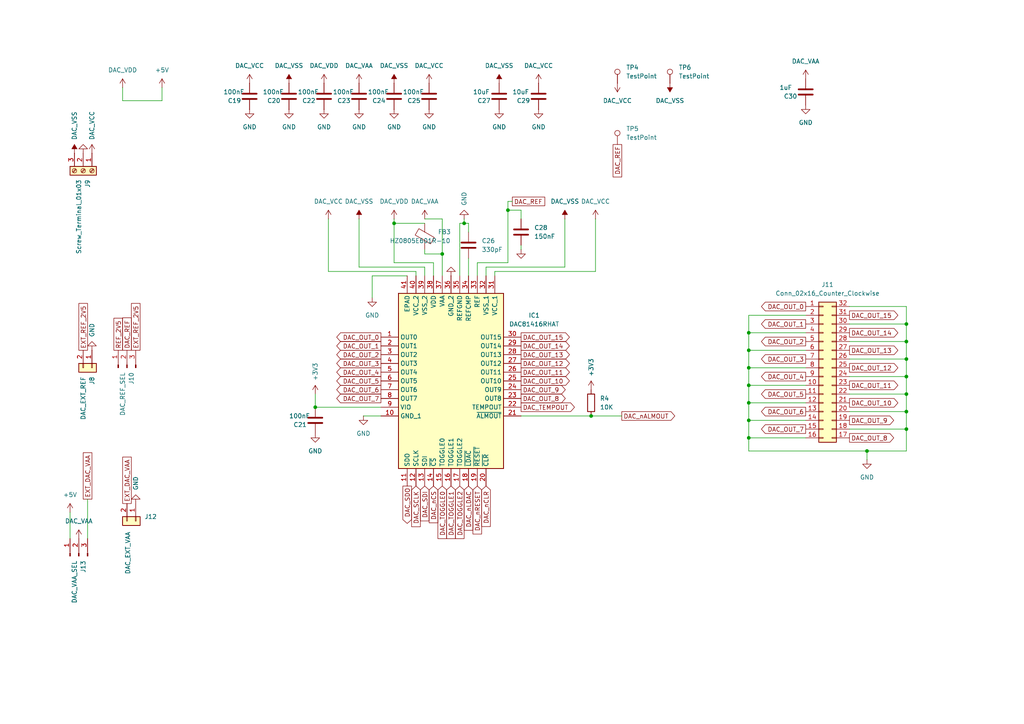
<source format=kicad_sch>
(kicad_sch (version 20231120) (generator "eeschema") (generator_version "8.0")
  (paper "A4")
  (lib_symbols
    (symbol "Connector:Conn_01x03_Male" (pin_names (offset 1.016) hide)
      (property "Reference" "J" (at 0 5.08 0))
      (property "Value" "Conn_01x03_Male" (at 0 -5.08 0))
      (symbol "Conn_01x03_Male_1_1"
        (pin passive line (at 5.08 2.54 180) (length 3.81) (name "Pin_1") (number "1"))
        (pin passive line (at 5.08 0 180) (length 3.81) (name "Pin_2") (number "2"))
        (pin passive line (at 5.08 -2.54 180) (length 3.81) (name "Pin_3") (number "3"))
      )
    )
    (symbol "Connector:Screw_Terminal_01x03" (pin_names (offset 1.016) hide)
      (property "Reference" "J" (at 0 5.08 0))
      (property "Value" "Screw_Terminal_01x03" (at 0 -5.08 0))
      (symbol "Screw_Terminal_01x03_1_1"
        (pin passive line (at -5.08 2.54 0) (length 3.81) (name "Pin_1") (number "1"))
        (pin passive line (at -5.08 0 0) (length 3.81) (name "Pin_2") (number "2"))
        (pin passive line (at -5.08 -2.54 0) (length 3.81) (name "Pin_3") (number "3"))
      )
    )
    (symbol "Connector:TestPoint" (pin_numbers hide) (pin_names (offset 0.762) hide)
      (property "Reference" "TP" (at 0 6.858 0))
      (property "Value" "TestPoint" (at 0 5.08 0))
      (symbol "TestPoint_1_1"
        (pin passive line (at 0 0 90) (length 2.54) (name "1") (number "1"))
      )
    )
    (symbol "Connector_Generic:Conn_01x02" (pin_names (offset 1.016) hide)
      (property "Reference" "J" (at 0 2.54 0))
      (property "Value" "Conn_01x02" (at 0 -5.08 0))
      (symbol "Conn_01x02_1_1"
        (pin passive line (at -5.08 0 0) (length 3.81) (name "Pin_1") (number "1"))
        (pin passive line (at -5.08 -2.54 0) (length 3.81) (name "Pin_2") (number "2"))
      )
    )
    (symbol "Connector_Generic:Conn_02x16_Counter_Clockwise" (pin_names (offset 1.016) hide)
      (property "Reference" "J" (at 1.27 20.32 0))
      (property "Value" "Conn_02x16_Counter_Clockwise" (at 1.27 -22.86 0))
      (symbol "Conn_02x16_Counter_Clockwise_1_1"
        (pin passive line (at -5.08 17.78 0) (length 3.81) (name "Pin_1") (number "1"))
        (pin passive line (at -5.08 -5.08 0) (length 3.81) (name "Pin_10") (number "10"))
        (pin passive line (at -5.08 -7.62 0) (length 3.81) (name "Pin_11") (number "11"))
        (pin passive line (at -5.08 -10.16 0) (length 3.81) (name "Pin_12") (number "12"))
        (pin passive line (at -5.08 -12.7 0) (length 3.81) (name "Pin_13") (number "13"))
        (pin passive line (at -5.08 -15.24 0) (length 3.81) (name "Pin_14") (number "14"))
        (pin passive line (at -5.08 -17.78 0) (length 3.81) (name "Pin_15") (number "15"))
        (pin passive line (at -5.08 -20.32 0) (length 3.81) (name "Pin_16") (number "16"))
        (pin passive line (at 7.62 -20.32 180) (length 3.81) (name "Pin_17") (number "17"))
        (pin passive line (at 7.62 -17.78 180) (length 3.81) (name "Pin_18") (number "18"))
        (pin passive line (at 7.62 -15.24 180) (length 3.81) (name "Pin_19") (number "19"))
        (pin passive line (at -5.08 15.24 0) (length 3.81) (name "Pin_2") (number "2"))
        (pin passive line (at 7.62 -12.7 180) (length 3.81) (name "Pin_20") (number "20"))
        (pin passive line (at 7.62 -10.16 180) (length 3.81) (name "Pin_21") (number "21"))
        (pin passive line (at 7.62 -7.62 180) (length 3.81) (name "Pin_22") (number "22"))
        (pin passive line (at 7.62 -5.08 180) (length 3.81) (name "Pin_23") (number "23"))
        (pin passive line (at 7.62 -2.54 180) (length 3.81) (name "Pin_24") (number "24"))
        (pin passive line (at 7.62 0 180) (length 3.81) (name "Pin_25") (number "25"))
        (pin passive line (at 7.62 2.54 180) (length 3.81) (name "Pin_26") (number "26"))
        (pin passive line (at 7.62 5.08 180) (length 3.81) (name "Pin_27") (number "27"))
        (pin passive line (at 7.62 7.62 180) (length 3.81) (name "Pin_28") (number "28"))
        (pin passive line (at 7.62 10.16 180) (length 3.81) (name "Pin_29") (number "29"))
        (pin passive line (at -5.08 12.7 0) (length 3.81) (name "Pin_3") (number "3"))
        (pin passive line (at 7.62 12.7 180) (length 3.81) (name "Pin_30") (number "30"))
        (pin passive line (at 7.62 15.24 180) (length 3.81) (name "Pin_31") (number "31"))
        (pin passive line (at 7.62 17.78 180) (length 3.81) (name "Pin_32") (number "32"))
        (pin passive line (at -5.08 10.16 0) (length 3.81) (name "Pin_4") (number "4"))
        (pin passive line (at -5.08 7.62 0) (length 3.81) (name "Pin_5") (number "5"))
        (pin passive line (at -5.08 5.08 0) (length 3.81) (name "Pin_6") (number "6"))
        (pin passive line (at -5.08 2.54 0) (length 3.81) (name "Pin_7") (number "7"))
        (pin passive line (at -5.08 0 0) (length 3.81) (name "Pin_8") (number "8"))
        (pin passive line (at -5.08 -2.54 0) (length 3.81) (name "Pin_9") (number "9"))
      )
    )
    (symbol "DAC81416RHAT:DAC81416RHAT"
      (property "Reference" "IC" (at 36.83 17.78 0))
      (property "Value" "DAC81416RHAT" (at 36.83 15.24 0))
      (symbol "DAC81416RHAT_1_1"
        (pin passive line (at 0 0 0) (length 5.08) (name "OUT0") (number "1"))
        (pin passive line (at 0 -22.86 0) (length 5.08) (name "GND_1") (number "10"))
        (pin passive line (at 7.62 -43.18 90) (length 5.08) (name "SDO") (number "11"))
        (pin passive line (at 10.16 -43.18 90) (length 5.08) (name "SCLK") (number "12"))
        (pin passive line (at 12.7 -43.18 90) (length 5.08) (name "SDI") (number "13"))
        (pin passive line (at 15.24 -43.18 90) (length 5.08) (name "~{CS}") (number "14"))
        (pin passive line (at 17.78 -43.18 90) (length 5.08) (name "TOGGLE0") (number "15"))
        (pin passive line (at 20.32 -43.18 90) (length 5.08) (name "TOGGLE1") (number "16"))
        (pin passive line (at 22.86 -43.18 90) (length 5.08) (name "TOGGLE2") (number "17"))
        (pin passive line (at 25.4 -43.18 90) (length 5.08) (name "~{LDAC}") (number "18"))
        (pin passive line (at 27.94 -43.18 90) (length 5.08) (name "~{RESET}") (number "19"))
        (pin passive line (at 0 -2.54 0) (length 5.08) (name "OUT1") (number "2"))
        (pin passive line (at 30.48 -43.18 90) (length 5.08) (name "~{CLR}") (number "20"))
        (pin passive line (at 40.64 -22.86 180) (length 5.08) (name "~{ALMOUT}") (number "21"))
        (pin passive line (at 40.64 -20.32 180) (length 5.08) (name "TEMPOUT") (number "22"))
        (pin passive line (at 40.64 -17.78 180) (length 5.08) (name "OUT8") (number "23"))
        (pin passive line (at 40.64 -15.24 180) (length 5.08) (name "OUT9") (number "24"))
        (pin passive line (at 40.64 -12.7 180) (length 5.08) (name "OUT10") (number "25"))
        (pin passive line (at 40.64 -10.16 180) (length 5.08) (name "OUT11") (number "26"))
        (pin passive line (at 40.64 -7.62 180) (length 5.08) (name "OUT12") (number "27"))
        (pin passive line (at 40.64 -5.08 180) (length 5.08) (name "OUT13") (number "28"))
        (pin passive line (at 40.64 -2.54 180) (length 5.08) (name "OUT14") (number "29"))
        (pin passive line (at 0 -5.08 0) (length 5.08) (name "OUT2") (number "3"))
        (pin passive line (at 40.64 0 180) (length 5.08) (name "OUT15") (number "30"))
        (pin passive line (at 33.02 17.78 270) (length 5.08) (name "VCC_1") (number "31"))
        (pin passive line (at 30.48 17.78 270) (length 5.08) (name "VSS_1") (number "32"))
        (pin passive line (at 27.94 17.78 270) (length 5.08) (name "REF") (number "33"))
        (pin passive line (at 25.4 17.78 270) (length 5.08) (name "REFCMP") (number "34"))
        (pin passive line (at 22.86 17.78 270) (length 5.08) (name "REFGND") (number "35"))
        (pin passive line (at 20.32 17.78 270) (length 5.08) (name "GND_2") (number "36"))
        (pin passive line (at 17.78 17.78 270) (length 5.08) (name "VAA") (number "37"))
        (pin passive line (at 15.24 17.78 270) (length 5.08) (name "VDD") (number "38"))
        (pin passive line (at 12.7 17.78 270) (length 5.08) (name "VSS_2") (number "39"))
        (pin passive line (at 0 -7.62 0) (length 5.08) (name "OUT3") (number "4"))
        (pin passive line (at 10.16 17.78 270) (length 5.08) (name "VCC_2") (number "40"))
        (pin passive line (at 7.62 17.78 270) (length 5.08) (name "EPAD") (number "41"))
        (pin passive line (at 0 -10.16 0) (length 5.08) (name "OUT4") (number "5"))
        (pin passive line (at 0 -12.7 0) (length 5.08) (name "OUT5") (number "6"))
        (pin passive line (at 0 -15.24 0) (length 5.08) (name "OUT6") (number "7"))
        (pin passive line (at 0 -17.78 0) (length 5.08) (name "OUT7") (number "8"))
        (pin passive line (at 0 -20.32 0) (length 5.08) (name "VIO") (number "9"))
      )
    )
    (symbol "Device:C" (pin_numbers hide) (pin_names (offset 0.254))
      (property "Reference" "C" (at 0.635 2.54 0))
      (property "Value" "C" (at 0.635 -2.54 0))
      (symbol "C_1_1"
        (pin passive line (at 0 3.81 270) (length 2.794) (name "~") (number "1"))
        (pin passive line (at 0 -3.81 90) (length 2.794) (name "~") (number "2"))
      )
    )
    (symbol "Device:FerriteBead" (pin_numbers hide) (pin_names (offset 0))
      (property "Reference" "FB" (at -3.81 0.635 90))
      (property "Value" "FerriteBead" (at 3.81 0 90))
      (symbol "FerriteBead_1_1"
        (pin passive line (at 0 3.81 270) (length 2.54) (name "~") (number "1"))
        (pin passive line (at 0 -3.81 90) (length 2.54) (name "~") (number "2"))
      )
    )
    (symbol "Device:R" (pin_numbers hide) (pin_names (offset 0))
      (property "Reference" "R" (at 2.032 0 90))
      (property "Value" "R" (at 0 0 90))
      (symbol "R_1_1"
        (pin passive line (at 0 3.81 270) (length 1.27) (name "~") (number "1"))
        (pin passive line (at 0 -3.81 90) (length 1.27) (name "~") (number "2"))
      )
    )
    (symbol "power:+3.3V" (power) (pin_names (offset 0))
      (property "Value" "+3.3V" (at 0 3.556 0))
      (symbol "+3.3V_1_1"
        (pin power_in line (at 0 0 90) (length 0) hide (name "+3V3") (number "1"))
      )
    )
    (symbol "power:+5V" (power) (pin_names (offset 0))
      (property "Value" "+5V" (at 0 3.556 0))
      (symbol "+5V_1_1"
        (pin power_in line (at 0 0 90) (length 0) hide (name "+5V") (number "1"))
      )
    )
    (symbol "power:GND" (power) (pin_numbers hide) (pin_names (offset 0) hide)
      (property "Value" "GND" (at 0 -3.81 0))
      (symbol "GND_1_1"
        (pin power_in line (at 0 0 270) (length 0) (name "~") (number "1"))
      )
    )
    (symbol "power:VAA" (power) (pin_numbers hide) (pin_names (offset 0) hide)
      (property "Value" "VAA" (at 0 3.556 0))
      (symbol "VAA_1_1"
        (pin power_in line (at 0 0 90) (length 0) (name "~") (number "1"))
      )
    )
    (symbol "power:VCC" (power) (pin_numbers hide) (pin_names (offset 0) hide)
      (property "Value" "VCC" (at 0 3.556 0))
      (symbol "VCC_1_1"
        (pin power_in line (at 0 0 90) (length 0) (name "~") (number "1"))
      )
    )
    (symbol "power:VDD" (power) (pin_numbers hide) (pin_names (offset 0) hide)
      (property "Value" "VDD" (at 0 3.556 0))
      (symbol "VDD_1_1"
        (pin power_in line (at 0 0 90) (length 0) (name "~") (number "1"))
      )
    )
    (symbol "power:VSS" (power) (pin_numbers hide) (pin_names (offset 0) hide)
      (property "Value" "VSS" (at 0 3.556 0))
      (symbol "VSS_1_1"
        (pin power_in line (at 0 0 90) (length 0) (name "~") (number "1"))
      )
    )
  )
  (junction (at 251.46 130.81))
  (junction (at 262.89 99.06))
  (junction (at 114.3 64.77))
  (junction (at 217.17 101.6))
  (junction (at 262.89 104.14))
  (junction (at 262.89 124.46))
  (junction (at 128.27 73.66))
  (junction (at 217.17 106.68))
  (junction (at 217.17 116.84))
  (junction (at 171.45 120.65))
  (junction (at 134.62 64.77))
  (junction (at 147.32 60.96))
  (junction (at 217.17 127))
  (junction (at 217.17 121.92))
  (junction (at 262.89 114.3))
  (junction (at 91.44 118.11))
  (junction (at 217.17 111.76))
  (junction (at 217.17 96.52))
  (junction (at 262.89 93.98))
  (junction (at 262.89 119.38))
  (junction (at 262.89 109.22))
  (wire (pts (xy 133.35 64.77) (xy 134.62 64.77)))
  (wire (pts (xy 95.25 78.74) (xy 120.65 78.74)))
  (wire (pts (xy 246.38 104.14) (xy 262.89 104.14)))
  (wire (pts (xy 217.17 106.68) (xy 233.68 106.68)))
  (wire (pts (xy 217.17 121.92) (xy 233.68 121.92)))
  (wire (pts (xy 114.3 64.77) (xy 114.3 76.2)))
  (wire (pts (xy 114.3 63.5) (xy 114.3 64.77)))
  (wire (pts (xy 46.99 25.4) (xy 46.99 29.21)))
  (wire (pts (xy 114.3 64.77) (xy 123.19 64.77)))
  (wire (pts (xy 148.59 58.42) (xy 147.32 58.42)))
  (wire (pts (xy 20.32 148.59) (xy 20.32 156.21)))
  (wire (pts (xy 104.14 63.5) (xy 104.14 77.47)))
  (wire (pts (xy 217.17 111.76) (xy 217.17 116.84)))
  (wire (pts (xy 217.17 111.76) (xy 233.68 111.76)))
  (wire (pts (xy 251.46 130.81) (xy 262.89 130.81)))
  (wire (pts (xy 46.99 29.21) (xy 35.56 29.21)))
  (wire (pts (xy 104.14 77.47) (xy 123.19 77.47)))
  (wire (pts (xy 147.32 58.42) (xy 147.32 60.96)))
  (wire (pts (xy 246.38 93.98) (xy 262.89 93.98)))
  (wire (pts (xy 172.72 78.74) (xy 172.72 63.5)))
  (wire (pts (xy 217.17 127) (xy 217.17 130.81)))
  (wire (pts (xy 128.27 63.5) (xy 128.27 73.66)))
  (wire (pts (xy 133.35 64.77) (xy 133.35 80.01)))
  (wire (pts (xy 143.51 78.74) (xy 172.72 78.74)))
  (wire (pts (xy 151.13 63.5) (xy 151.13 60.96)))
  (wire (pts (xy 262.89 119.38) (xy 262.89 114.3)))
  (wire (pts (xy 262.89 93.98) (xy 262.89 88.9)))
  (wire (pts (xy 25.4 144.78) (xy 25.4 156.21)))
  (wire (pts (xy 35.56 29.21) (xy 35.56 25.4)))
  (wire (pts (xy 251.46 130.81) (xy 251.46 133.35)))
  (wire (pts (xy 217.17 106.68) (xy 217.17 111.76)))
  (wire (pts (xy 217.17 101.6) (xy 233.68 101.6)))
  (wire (pts (xy 180.34 120.65) (xy 171.45 120.65)))
  (wire (pts (xy 262.89 88.9) (xy 246.38 88.9)))
  (wire (pts (xy 217.17 96.52) (xy 217.17 101.6)))
  (wire (pts (xy 138.43 80.01) (xy 138.43 76.2)))
  (wire (pts (xy 217.17 127) (xy 233.68 127)))
  (wire (pts (xy 262.89 99.06) (xy 262.89 93.98)))
  (wire (pts (xy 233.68 91.44) (xy 217.17 91.44)))
  (wire (pts (xy 246.38 114.3) (xy 262.89 114.3)))
  (wire (pts (xy 217.17 116.84) (xy 217.17 121.92)))
  (wire (pts (xy 262.89 114.3) (xy 262.89 109.22)))
  (wire (pts (xy 217.17 121.92) (xy 217.17 127)))
  (wire (pts (xy 217.17 96.52) (xy 233.68 96.52)))
  (wire (pts (xy 217.17 101.6) (xy 217.17 106.68)))
  (wire (pts (xy 143.51 80.01) (xy 143.51 78.74)))
  (wire (pts (xy 246.38 99.06) (xy 262.89 99.06)))
  (wire (pts (xy 217.17 130.81) (xy 251.46 130.81)))
  (wire (pts (xy 262.89 109.22) (xy 262.89 104.14)))
  (wire (pts (xy 246.38 119.38) (xy 262.89 119.38)))
  (wire (pts (xy 262.89 104.14) (xy 262.89 99.06)))
  (wire (pts (xy 140.97 77.47) (xy 140.97 80.01)))
  (wire (pts (xy 123.19 63.5) (xy 128.27 63.5)))
  (wire (pts (xy 91.44 118.11) (xy 91.44 114.3)))
  (wire (pts (xy 123.19 73.66) (xy 128.27 73.66)))
  (wire (pts (xy 163.83 63.5) (xy 163.83 77.47)))
  (wire (pts (xy 217.17 116.84) (xy 233.68 116.84)))
  (wire (pts (xy 246.38 109.22) (xy 262.89 109.22)))
  (wire (pts (xy 151.13 71.12) (xy 151.13 72.39)))
  (wire (pts (xy 135.89 74.93) (xy 135.89 80.01)))
  (wire (pts (xy 120.65 78.74) (xy 120.65 80.01)))
  (wire (pts (xy 262.89 124.46) (xy 262.89 119.38)))
  (wire (pts (xy 147.32 60.96) (xy 151.13 60.96)))
  (wire (pts (xy 125.73 76.2) (xy 125.73 80.01)))
  (wire (pts (xy 91.44 118.11) (xy 110.49 118.11)))
  (wire (pts (xy 134.62 64.77) (xy 135.89 64.77)))
  (wire (pts (xy 217.17 91.44) (xy 217.17 96.52)))
  (wire (pts (xy 118.11 80.01) (xy 107.95 80.01)))
  (wire (pts (xy 114.3 76.2) (xy 125.73 76.2)))
  (wire (pts (xy 128.27 73.66) (xy 128.27 80.01)))
  (wire (pts (xy 147.32 60.96) (xy 147.32 76.2)))
  (wire (pts (xy 105.41 120.65) (xy 110.49 120.65)))
  (wire (pts (xy 140.97 77.47) (xy 163.83 77.47)))
  (wire (pts (xy 138.43 76.2) (xy 147.32 76.2)))
  (wire (pts (xy 262.89 130.81) (xy 262.89 124.46)))
  (wire (pts (xy 134.62 63.5) (xy 134.62 64.77)))
  (wire (pts (xy 107.95 80.01) (xy 107.95 86.36)))
  (wire (pts (xy 135.89 64.77) (xy 135.89 67.31)))
  (wire (pts (xy 246.38 124.46) (xy 262.89 124.46)))
  (wire (pts (xy 95.25 63.5) (xy 95.25 78.74)))
  (wire (pts (xy 123.19 72.39) (xy 123.19 73.66)))
  (wire (pts (xy 123.19 77.47) (xy 123.19 80.01)))
  (wire (pts (xy 171.45 120.65) (xy 151.13 120.65)))
  (global_label "DAC_OUT_0" (shape output) (at 233.68 88.9 180) (property "Intersheetrefs" "${INTERSHEET_REFS}" (effects (hide yes))))
  (global_label "DAC_OUT_2" (shape output) (at 110.49 102.87 180) (property "Intersheetrefs" "${INTERSHEET_REFS}" (effects (hide yes))))
  (global_label "DAC_OUT_10" (shape output) (at 246.38 116.84 0) (property "Intersheetrefs" "${INTERSHEET_REFS}" (effects (hide yes))))
  (global_label "DAC_OUT_9" (shape output) (at 246.38 121.92 0) (property "Intersheetrefs" "${INTERSHEET_REFS}" (effects (hide yes))))
  (global_label "DAC_OUT_5" (shape output) (at 110.49 110.49 180) (property "Intersheetrefs" "${INTERSHEET_REFS}" (effects (hide yes))))
  (global_label "EXT_REF_2V5" (shape passive) (at 24.13 101.6 90) (property "Intersheetrefs" "${INTERSHEET_REFS}" (effects (hide yes))))
  (global_label "EXT_DAC_VAA" (shape passive) (at 36.83 146.05 90) (property "Intersheetrefs" "${INTERSHEET_REFS}" (effects (hide yes))))
  (global_label "DAC_OUT_6" (shape output) (at 233.68 119.38 180) (property "Intersheetrefs" "${INTERSHEET_REFS}" (effects (hide yes))))
  (global_label "DAC_OUT_11" (shape output) (at 246.38 111.76 0) (property "Intersheetrefs" "${INTERSHEET_REFS}" (effects (hide yes))))
  (global_label "DAC_SCLK" (shape input) (at 120.65 140.97 270) (property "Intersheetrefs" "${INTERSHEET_REFS}" (effects (hide yes))))
  (global_label "DAC_OUT_14" (shape output) (at 246.38 96.52 0) (property "Intersheetrefs" "${INTERSHEET_REFS}" (effects (hide yes))))
  (global_label "EXT_REF_2V5" (shape passive) (at 39.37 101.6 90) (property "Intersheetrefs" "${INTERSHEET_REFS}" (effects (hide yes))))
  (global_label "DAC_TOGGLE1" (shape input) (at 130.81 140.97 270) (property "Intersheetrefs" "${INTERSHEET_REFS}" (effects (hide yes))))
  (global_label "DAC_nCS" (shape input) (at 125.73 140.97 270) (property "Intersheetrefs" "${INTERSHEET_REFS}" (effects (hide yes))))
  (global_label "DAC_OUT_0" (shape output) (at 110.49 97.79 180) (property "Intersheetrefs" "${INTERSHEET_REFS}" (effects (hide yes))))
  (global_label "DAC_TOGGLE0" (shape input) (at 128.27 140.97 270) (property "Intersheetrefs" "${INTERSHEET_REFS}" (effects (hide yes))))
  (global_label "DAC_SDI" (shape input) (at 123.19 140.97 270) (property "Intersheetrefs" "${INTERSHEET_REFS}" (effects (hide yes))))
  (global_label "DAC_nLDAC" (shape input) (at 135.89 140.97 270) (property "Intersheetrefs" "${INTERSHEET_REFS}" (effects (hide yes))))
  (global_label "DAC_REF" (shape passive) (at 179.07 41.91 270) (property "Intersheetrefs" "${INTERSHEET_REFS}" (effects (hide yes))))
  (global_label "DAC_OUT_7" (shape output) (at 233.68 124.46 180) (property "Intersheetrefs" "${INTERSHEET_REFS}" (effects (hide yes))))
  (global_label "DAC_OUT_6" (shape output) (at 110.49 113.03 180) (property "Intersheetrefs" "${INTERSHEET_REFS}" (effects (hide yes))))
  (global_label "DAC_SDO" (shape output) (at 118.11 140.97 270) (property "Intersheetrefs" "${INTERSHEET_REFS}" (effects (hide yes))))
  (global_label "DAC_TEMPOUT" (shape output) (at 151.13 118.11 0) (property "Intersheetrefs" "${INTERSHEET_REFS}" (effects (hide yes))))
  (global_label "DAC_OUT_15" (shape output) (at 151.13 97.79 0) (property "Intersheetrefs" "${INTERSHEET_REFS}" (effects (hide yes))))
  (global_label "DAC_nALMOUT" (shape output) (at 180.34 120.65 0) (property "Intersheetrefs" "${INTERSHEET_REFS}" (effects (hide yes))))
  (global_label "REF_2V5" (shape passive) (at 34.29 101.6 90) (property "Intersheetrefs" "${INTERSHEET_REFS}" (effects (hide yes))))
  (global_label "DAC_OUT_3" (shape output) (at 110.49 105.41 180) (property "Intersheetrefs" "${INTERSHEET_REFS}" (effects (hide yes))))
  (global_label "DAC_REF" (shape passive) (at 148.59 58.42 0) (property "Intersheetrefs" "${INTERSHEET_REFS}" (effects (hide yes))))
  (global_label "DAC_OUT_5" (shape output) (at 233.68 114.3 180) (property "Intersheetrefs" "${INTERSHEET_REFS}" (effects (hide yes))))
  (global_label "DAC_OUT_10" (shape output) (at 151.13 110.49 0) (property "Intersheetrefs" "${INTERSHEET_REFS}" (effects (hide yes))))
  (global_label "DAC_OUT_14" (shape output) (at 151.13 100.33 0) (property "Intersheetrefs" "${INTERSHEET_REFS}" (effects (hide yes))))
  (global_label "DAC_REF" (shape passive) (at 36.83 101.6 90) (property "Intersheetrefs" "${INTERSHEET_REFS}" (effects (hide yes))))
  (global_label "DAC_OUT_7" (shape output) (at 110.49 115.57 180) (property "Intersheetrefs" "${INTERSHEET_REFS}" (effects (hide yes))))
  (global_label "DAC_OUT_1" (shape output) (at 233.68 93.98 180) (property "Intersheetrefs" "${INTERSHEET_REFS}" (effects (hide yes))))
  (global_label "DAC_TOGGLE2" (shape input) (at 133.35 140.97 270) (property "Intersheetrefs" "${INTERSHEET_REFS}" (effects (hide yes))))
  (global_label "DAC_OUT_12" (shape output) (at 151.13 105.41 0) (property "Intersheetrefs" "${INTERSHEET_REFS}" (effects (hide yes))))
  (global_label "DAC_nRESET" (shape input) (at 138.43 140.97 270) (property "Intersheetrefs" "${INTERSHEET_REFS}" (effects (hide yes))))
  (global_label "DAC_OUT_2" (shape output) (at 233.68 99.06 180) (property "Intersheetrefs" "${INTERSHEET_REFS}" (effects (hide yes))))
  (global_label "DAC_OUT_1" (shape output) (at 110.49 100.33 180) (property "Intersheetrefs" "${INTERSHEET_REFS}" (effects (hide yes))))
  (global_label "DAC_OUT_13" (shape output) (at 151.13 102.87 0) (property "Intersheetrefs" "${INTERSHEET_REFS}" (effects (hide yes))))
  (global_label "DAC_OUT_9" (shape output) (at 151.13 113.03 0) (property "Intersheetrefs" "${INTERSHEET_REFS}" (effects (hide yes))))
  (global_label "EXT_DAC_VAA" (shape passive) (at 25.4 144.78 90) (property "Intersheetrefs" "${INTERSHEET_REFS}" (effects (hide yes))))
  (global_label "DAC_OUT_4" (shape output) (at 110.49 107.95 180) (property "Intersheetrefs" "${INTERSHEET_REFS}" (effects (hide yes))))
  (global_label "DAC_OUT_12" (shape output) (at 246.38 106.68 0) (property "Intersheetrefs" "${INTERSHEET_REFS}" (effects (hide yes))))
  (global_label "DAC_OUT_15" (shape output) (at 246.38 91.44 0) (property "Intersheetrefs" "${INTERSHEET_REFS}" (effects (hide yes))))
  (global_label "DAC_OUT_4" (shape output) (at 233.68 109.22 180) (property "Intersheetrefs" "${INTERSHEET_REFS}" (effects (hide yes))))
  (global_label "DAC_OUT_13" (shape output) (at 246.38 101.6 0) (property "Intersheetrefs" "${INTERSHEET_REFS}" (effects (hide yes))))
  (global_label "DAC_OUT_8" (shape output) (at 246.38 127 0) (property "Intersheetrefs" "${INTERSHEET_REFS}" (effects (hide yes))))
  (global_label "DAC_OUT_3" (shape output) (at 233.68 104.14 180) (property "Intersheetrefs" "${INTERSHEET_REFS}" (effects (hide yes))))
  (global_label "DAC_OUT_8" (shape output) (at 151.13 115.57 0) (property "Intersheetrefs" "${INTERSHEET_REFS}" (effects (hide yes))))
  (global_label "DAC_OUT_11" (shape output) (at 151.13 107.95 0) (property "Intersheetrefs" "${INTERSHEET_REFS}" (effects (hide yes))))
  (global_label "DAC_nCLR" (shape input) (at 140.97 140.97 270) (property "Intersheetrefs" "${INTERSHEET_REFS}" (effects (hide yes))))
  (symbol (lib_id "power:VDD") (at 114.3 63.5 0) (unit 1)
    (property "Reference" "#PWR051" (effects (hide yes)))
    (property "Value" "DAC_VDD" (at 114.3 58.42 0))
    (property "Description" "Power symbol creates a global label with name \"VDD\"" (effects (hide yes)))
  )
  (symbol (lib_id "Device:C") (at 93.98 27.94 0) (mirror x) (unit 1)
    (property "Reference" "C22" (at 87.63 29.21 0) (effects (justify left)))
    (property "Value" "100nF" (at 86.36 26.67 0) (effects (justify left)))
    (property "Footprint" "Capacitor_SMD:C_0805_2012Metric" (effects (hide yes)))
    (property "Datasheet" "https://datasheets.kyocera-avx.com/FlexitermMLCC.pdf" (effects (hide yes)))
    (property "Description" "50V 100nF X7R ±10% 0805 Multilayer Ceramic Capacitors MLCC - SMD/SMT ROHS" (effects (hide yes)))
    (property "MANUFACTURER" "Samsung" (effects (hide yes)))
    (property "Manufacturer_Name" "KYOCERA AVX" (effects (hide yes)))
    (property "Manufacturer_Part_Number" "CL21B104KBCNNNC" (effects (hide yes)))
    (property "LCSC" "C1711" (effects (hide yes)))
    (property "Digi-Key Part Number" "478-KAF21KR72A104MUCT-ND" (effects (hide yes)))
    (property "Farnell" "3500373" (effects (hide yes)))
    (property "Mouser Part Number" "08051C104M4Z2A" (effects (hide yes)))
  )
  (symbol (lib_id "Connector:Screw_Terminal_01x03") (at 24.13 49.53 270) (unit 1)
    (property "Reference" "J9" (at 25.4001 52.07 0) (effects (justify left)))
    (property "Value" "Screw_Terminal_01x03" (at 22.8601 52.07 0) (effects (justify left)))
    (property "Footprint" "TerminalBlock_MetzConnect:TerminalBlock_MetzConnect_Type059_RT06303HBWC_1x03_P3.50mm_Horizontal" (effects (hide yes)))
    (property "Datasheet" "https://media.metz-connect.com/index.php?itno=310591&type=datasheet&language=en" (effects (hide yes)))
    (property "Description" "Generic screw terminal, single row, 01x03, script generated (kicad-library-utils/schlib/autogen/connector/)" (effects (hide yes)))
    (property "Farnell" "31059103" (effects (hide yes)))
    (property "Manufacturer_Name" "METZ CONNECT" (effects (hide yes)))
    (property "Mouser Part Number" "METZ CONNECT" (effects (hide yes)))
  )
  (symbol (lib_id "power:VCC") (at 26.67 44.45 0) (unit 1)
    (property "Reference" "#PWR034" (effects (hide yes)))
    (property "Value" "DAC_VCC" (at 26.6701 40.64 90) (effects (justify left)))
    (property "Description" "Power symbol creates a global label with name \"VCC\"" (effects (hide yes)))
  )
  (symbol (lib_id "Device:C") (at 151.13 67.31 0) (unit 1)
    (property "Reference" "C28" (at 154.94 66.0399 0) (effects (justify left)))
    (property "Value" "150nF" (at 154.94 68.5799 0) (effects (justify left)))
    (property "Footprint" "Capacitor_SMD:C_0805_2012Metric" (effects (hide yes)))
    (property "Datasheet" "https://content.kemet.com/datasheets/KEM_C1023_X7R_AUTO_SMD.pdf" (effects (hide yes)))
    (property "Description" "Unpolarized capacitor" (effects (hide yes)))
    (property "Digi-Key Part Number" "399-15888-1-ND" (effects (hide yes)))
    (property "Farnell" "2070452" (effects (hide yes)))
    (property "Manufacturer_Name" "KEMET" (effects (hide yes)))
    (property "Mouser Part Number" "C0805C154K5RACAUTO" (effects (hide yes)))
  )
  (symbol (lib_id "power:+3.3V") (at 171.45 113.03 0) (unit 1)
    (property "Reference" "#PWR063" (effects (hide yes)))
    (property "Value" "+3V3" (at 171.4499 109.22 90) (effects (justify left)))
  )
  (symbol (lib_id "power:GND") (at 91.44 125.73 0) (unit 1)
    (property "Reference" "#PWR040" (effects (hide yes)))
    (property "Value" "GND" (at 91.44 130.81 0))
    (property "Description" "Power symbol creates a global label with name \"GND\" , ground" (effects (hide yes)))
  )
  (symbol (lib_id "power:VDD") (at 35.56 25.4 0) (unit 1)
    (property "Reference" "#PWR075" (effects (hide yes)))
    (property "Value" "DAC_VDD" (at 35.56 20.32 0))
    (property "Description" "Power symbol creates a global label with name \"VDD\"" (effects (hide yes)))
  )
  (symbol (lib_id "power:GND") (at 24.13 44.45 180) (unit 1)
    (property "Reference" "#PWR033" (effects (hide yes)))
    (property "Value" "GND" (effects (hide yes)))
    (property "Description" "Power symbol creates a global label with name \"GND\" , ground" (effects (hide yes)))
  )
  (symbol (lib_id "power:VCC") (at 72.39 24.13 0) (unit 1)
    (property "Reference" "#PWR035" (effects (hide yes)))
    (property "Value" "DAC_VCC" (at 72.39 19.05 0))
    (property "Description" "Power symbol creates a global label with name \"VCC\"" (effects (hide yes)))
  )
  (symbol (lib_id "Connector:Conn_01x03_Male") (at 22.86 161.29 90) (unit 1)
    (property "Reference" "J13" (at 24.1301 162.56 0) (effects (justify right)))
    (property "Value" "DAC_VAA_SEL" (at 21.5901 162.56 0) (effects (justify right)))
    (property "Footprint" "Connector_PinHeader_2.54mm:PinHeader_1x03_P2.54mm_Vertical" (effects (hide yes)))
    (property "Datasheet" "https://www.te.com/usa-en/product-3-644456-3.datasheet.pdf" (effects (hide yes)))
    (property "Description" "Connector Header Through Hole 4 position 0.100\" (2.54mm)" (effects (hide yes)))
    (property "MANUFACTURER" "Samtec" (effects (hide yes)))
    (property "Manufacturer_Name" "AMP - TE CONNECTIVITY" (effects (hide yes)))
    (property "Manufacturer_Part_Number" "TSW-103-14-TM-S" (effects (hide yes)))
    (property "Farnell" "3398484" (effects (hide yes)))
    (property "Mouser Part Number" "3-644456-3" (effects (hide yes)))
  )
  (symbol (lib_id "power:GND") (at 124.46 31.75 0) (unit 1)
    (property "Reference" "#PWR054" (effects (hide yes)))
    (property "Value" "GND" (at 124.46 36.83 0))
    (property "Description" "Power symbol creates a global label with name \"GND\" , ground" (effects (hide yes)))
  )
  (symbol (lib_id "power:GND") (at 114.3 31.75 0) (unit 1)
    (property "Reference" "#PWR050" (effects (hide yes)))
    (property "Value" "GND" (at 114.3 36.83 0))
    (property "Description" "Power symbol creates a global label with name \"GND\" , ground" (effects (hide yes)))
  )
  (symbol (lib_id "power:VSS") (at 21.59 44.45 0) (unit 1)
    (property "Reference" "#PWR032" (effects (hide yes)))
    (property "Value" "DAC_VSS" (at 21.5901 40.64 90) (effects (justify left)))
    (property "Description" "Power symbol creates a global label with name \"VSS\"" (effects (hide yes)))
  )
  (symbol (lib_id "Device:FerriteBead") (at 123.19 68.58 0) (unit 1)
    (property "Reference" "FB3" (at 127 67.2591 0) (effects (justify left)))
    (property "Value" "HZ0805E601R-10" (at 113.03 69.85 0) (effects (justify left)))
    (property "Footprint" "Inductor_SMD:L_0805_2012Metric" (effects (hide yes)))
    (property "Datasheet" "https://www.farnell.com/datasheets/1685710.pdf" (effects (hide yes)))
    (property "Description" "600 Ohms @ 100 MHz 1 Power, Signal Line Ferrite Bead 0805 (2012 Metric) 500mA 300mOhm" (effects (hide yes)))
    (property "MANUFACTURER" "Laird-Signal Integrity Products" (effects (hide yes)))
    (property "Manufacturer_Name" "LAIRD" (effects (hide yes)))
    (property "Manufacturer_Part_Number" "HZ0805E601R-10" (effects (hide yes)))
    (property "Digi-Key Part Number" "240-2399-1-ND" (effects (hide yes)))
    (property "Farnell" "2292412" (effects (hide yes)))
    (property "Mouser Part Number" "HZ0805E601R-10" (effects (hide yes)))
  )
  (symbol (lib_id "Device:C") (at 83.82 27.94 0) (mirror x) (unit 1)
    (property "Reference" "C20" (at 77.47 29.21 0) (effects (justify left)))
    (property "Value" "100nF" (at 76.2 26.67 0) (effects (justify left)))
    (property "Footprint" "Capacitor_SMD:C_0805_2012Metric" (effects (hide yes)))
    (property "Datasheet" "https://datasheets.kyocera-avx.com/FlexitermMLCC.pdf" (effects (hide yes)))
    (property "Description" "50V 100nF X7R ±10% 0805 Multilayer Ceramic Capacitors MLCC - SMD/SMT ROHS" (effects (hide yes)))
    (property "MANUFACTURER" "Samsung" (effects (hide yes)))
    (property "Manufacturer_Name" "KYOCERA AVX" (effects (hide yes)))
    (property "Manufacturer_Part_Number" "CL21B104KBCNNNC" (effects (hide yes)))
    (property "LCSC" "C1711" (effects (hide yes)))
    (property "Digi-Key Part Number" "478-KAF21KR72A104MUCT-ND" (effects (hide yes)))
    (property "Farnell" "3500373" (effects (hide yes)))
    (property "Mouser Part Number" "08051C104M4Z2A" (effects (hide yes)))
  )
  (symbol (lib_id "power:+3.3V") (at 91.44 114.3 0) (unit 1)
    (property "Reference" "#PWR039" (effects (hide yes)))
    (property "Value" "+3V3" (at 91.4399 110.49 90) (effects (justify left)))
  )
  (symbol (lib_id "power:GND") (at 251.46 133.35 0) (unit 1)
    (property "Reference" "#PWR071" (effects (hide yes)))
    (property "Value" "GND" (at 251.46 138.43 0))
    (property "Description" "Power symbol creates a global label with name \"GND\" , ground" (effects (hide yes)))
  )
  (symbol (lib_id "power:GND") (at 151.13 72.39 0) (unit 1)
    (property "Reference" "#PWR059" (effects (hide yes)))
    (property "Value" "GND" (effects (hide yes)))
    (property "Description" "Power symbol creates a global label with name \"GND\" , ground" (effects (hide yes)))
  )
  (symbol (lib_id "power:VSS") (at 163.83 63.5 0) (unit 1)
    (property "Reference" "#PWR062" (effects (hide yes)))
    (property "Value" "DAC_VSS" (at 163.83 58.42 0))
    (property "Description" "Power symbol creates a global label with name \"VSS\"" (effects (hide yes)))
  )
  (symbol (lib_id "Device:C") (at 156.21 27.94 0) (mirror x) (unit 1)
    (property "Reference" "C29" (at 149.86 29.21 0) (effects (justify left)))
    (property "Value" "10uF" (at 148.59 26.67 0) (effects (justify left)))
    (property "Footprint" "Capacitor_SMD:C_0805_2012Metric" (effects (hide yes)))
    (property "Datasheet" "https://www.farnell.com/datasheets/3768562.pdf" (effects (hide yes)))
    (property "Description" "10 µF ±10% 16V Ceramic Capacitor X5R 0805 (2012 Metric)" (effects (hide yes)))
    (property "MANUFACTURER" "Samsung" (effects (hide yes)))
    (property "Manufacturer_Name" "KYOCERA AVX" (effects (hide yes)))
    (property "Manufacturer_Part_Number" "CL21A106KOQNNNG" (effects (hide yes)))
    (property "LCSC" "C307520" (effects (hide yes)))
    (property "Digi-Key Part Number" "478-KGM21AR51A106MUCT-ND" (effects (hide yes)))
    (property "Farnell" "2332831" (effects (hide yes)))
    (property "Mouser Part Number" "0805ZD106MAT2A" (effects (hide yes)))
  )
  (symbol (lib_id "power:+5V") (at 20.32 148.59 0) (unit 1)
    (property "Reference" "#PWR074" (effects (hide yes)))
    (property "Value" "+5V" (at 20.32 143.51 0))
  )
  (symbol (lib_id "Connector:TestPoint") (at 194.31 24.13 0) (unit 1)
    (property "Reference" "TP6" (at 196.85 19.5579 0) (effects (justify left)))
    (property "Value" "TestPoint" (at 196.85 22.0979 0) (effects (justify left)))
    (property "Footprint" "TestPoint:TestPoint_Pad_1.0x1.0mm" (effects (hide yes)))
    (property "Description" "test point" (effects (hide yes)))
  )
  (symbol (lib_id "power:VAA") (at 104.14 24.13 0) (unit 1)
    (property "Reference" "#PWR044" (effects (hide yes)))
    (property "Value" "DAC_VAA" (at 104.14 19.05 0))
    (property "Description" "Power symbol creates a global label with name \"VAA\"" (effects (hide yes)))
  )
  (symbol (lib_id "power:GND") (at 26.67 101.6 0) (mirror x) (unit 1)
    (property "Reference" "#PWR031" (effects (hide yes)))
    (property "Value" "GND" (at 26.6699 97.79 90) (effects (justify right)))
    (property "Description" "Power symbol creates a global label with name \"GND\" , ground" (effects (hide yes)))
  )
  (symbol (lib_id "power:GND") (at 130.81 80.01 180) (unit 1)
    (property "Reference" "#PWR055" (effects (hide yes)))
    (property "Value" "GND" (effects (hide yes)))
    (property "Description" "Power symbol creates a global label with name \"GND\" , ground" (effects (hide yes)))
  )
  (symbol (lib_id "power:+5V") (at 46.99 25.4 0) (unit 1)
    (property "Reference" "#PWR076" (effects (hide yes)))
    (property "Value" "+5V" (at 46.99 20.32 0))
  )
  (symbol (lib_id "Device:C") (at 233.68 26.67 0) (mirror x) (unit 1)
    (property "Reference" "C30" (at 227.33 27.94 0) (effects (justify left)))
    (property "Value" "1uF" (at 226.06 25.4 0) (effects (justify left)))
    (property "Footprint" "Capacitor_SMD:C_0805_2012Metric" (effects (hide yes)))
    (property "Datasheet" "https://search.kemet.com/component-documentation/download/specsheet/C0805C105K4PACTU" (effects (hide yes)))
    (property "Description" "1 µF ±10% 50V Ceramic Capacitor X5R 0805 (2012 Metric)" (effects (hide yes)))
    (property "MANUFACTURER" "Samsung" (effects (hide yes)))
    (property "Manufacturer_Name" "KEMET" (effects (hide yes)))
    (property "Manufacturer_Part_Number" "CL21A105KBCLNNC" (effects (hide yes)))
    (property "LCSC" "C318694" (effects (hide yes)))
    (property "Digi-Key Part Number" "399-C0805C105K4PAC7800CT-ND" (effects (hide yes)))
    (property "Farnell" "2522445" (effects (hide yes)))
    (property "Mouser Part Number" "C0805C105K4PACTU" (effects (hide yes)))
  )
  (symbol (lib_id "power:GND") (at 83.82 31.75 0) (unit 1)
    (property "Reference" "#PWR038" (effects (hide yes)))
    (property "Value" "GND" (at 83.82 36.83 0))
    (property "Description" "Power symbol creates a global label with name \"GND\" , ground" (effects (hide yes)))
  )
  (symbol (lib_id "power:VAA") (at 22.86 156.21 0) (unit 1)
    (property "Reference" "#PWR072" (effects (hide yes)))
    (property "Value" "DAC_VAA" (at 22.86 151.13 0))
    (property "Description" "Power symbol creates a global label with name \"VAA\"" (effects (hide yes)))
  )
  (symbol (lib_id "Device:C") (at 104.14 27.94 0) (mirror x) (unit 1)
    (property "Reference" "C23" (at 97.79 29.21 0) (effects (justify left)))
    (property "Value" "100nF" (at 96.52 26.67 0) (effects (justify left)))
    (property "Footprint" "Capacitor_SMD:C_0805_2012Metric" (effects (hide yes)))
    (property "Datasheet" "https://datasheets.kyocera-avx.com/FlexitermMLCC.pdf" (effects (hide yes)))
    (property "Description" "50V 100nF X7R ±10% 0805 Multilayer Ceramic Capacitors MLCC - SMD/SMT ROHS" (effects (hide yes)))
    (property "MANUFACTURER" "Samsung" (effects (hide yes)))
    (property "Manufacturer_Name" "KYOCERA AVX" (effects (hide yes)))
    (property "Manufacturer_Part_Number" "CL21B104KBCNNNC" (effects (hide yes)))
    (property "LCSC" "C1711" (effects (hide yes)))
    (property "Digi-Key Part Number" "478-KAF21KR72A104MUCT-ND" (effects (hide yes)))
    (property "Farnell" "3500373" (effects (hide yes)))
    (property "Mouser Part Number" "08051C104M4Z2A" (effects (hide yes)))
  )
  (symbol (lib_id "power:GND") (at 107.95 86.36 0) (unit 1)
    (property "Reference" "#PWR048" (effects (hide yes)))
    (property "Value" "GND" (at 107.95 91.44 0))
    (property "Description" "Power symbol creates a global label with name \"GND\" , ground" (effects (hide yes)))
  )
  (symbol (lib_id "Device:C") (at 124.46 27.94 0) (mirror x) (unit 1)
    (property "Reference" "C25" (at 118.11 29.21 0) (effects (justify left)))
    (property "Value" "100nF" (at 116.84 26.67 0) (effects (justify left)))
    (property "Footprint" "Capacitor_SMD:C_0805_2012Metric" (effects (hide yes)))
    (property "Datasheet" "https://datasheets.kyocera-avx.com/FlexitermMLCC.pdf" (effects (hide yes)))
    (property "Description" "50V 100nF X7R ±10% 0805 Multilayer Ceramic Capacitors MLCC - SMD/SMT ROHS" (effects (hide yes)))
    (property "MANUFACTURER" "Samsung" (effects (hide yes)))
    (property "Manufacturer_Name" "KYOCERA AVX" (effects (hide yes)))
    (property "Manufacturer_Part_Number" "CL21B104KBCNNNC" (effects (hide yes)))
    (property "LCSC" "C1711" (effects (hide yes)))
    (property "Digi-Key Part Number" "478-KAF21KR72A104MUCT-ND" (effects (hide yes)))
    (property "Farnell" "3500373" (effects (hide yes)))
    (property "Mouser Part Number" "08051C104M4Z2A" (effects (hide yes)))
  )
  (symbol (lib_id "DAC81416RHAT:DAC81416RHAT") (at 110.49 97.79 0) (unit 1)
    (property "Reference" "IC1" (at 154.94 91.4714 0))
    (property "Value" "DAC81416RHAT" (at 154.94 94.0114 0))
    (property "Footprint" "footprints:QFN50P600X600X100-41N-D" (effects (hide yes)))
    (property "Datasheet" "https://www.ti.com/general/docs/suppproductinfo.tsp?distId=10&gotoUrl=https%3A%2F%2Fwww.ti.com%2Flit%2Fgpn%2Fdac81416" (effects (hide yes)))
    (property "Description" "16-channel 16-bit high-voltage output DAC with integrated internal reference" (effects (hide yes)))
    (property "Height" "1" (effects (hide yes)))
    (property "Mouser Part Number" "DAC81416RHAT" (effects (hide yes)))
    (property "Mouser Price/Stock" "https://www.mouser.co.uk/ProductDetail/Texas-Instruments/DAC81416RHAT?qs=l7cgNqFNU1iNh9J4tls1AQ%3D%3D" (effects (hide yes)))
    (property "Manufacturer_Name" "TEXAS INSTRUMENTS" (effects (hide yes)))
    (property "Manufacturer_Part_Number" "DAC81416RHAT" (effects (hide yes)))
    (property "Digi-Key Part Number" "296-53025-1-ND" (effects (hide yes)))
  )
  (symbol (lib_id "power:VSS") (at 114.3 24.13 0) (unit 1)
    (property "Reference" "#PWR049" (effects (hide yes)))
    (property "Value" "DAC_VSS" (at 114.3 19.05 0))
    (property "Description" "Power symbol creates a global label with name \"VSS\"" (effects (hide yes)))
  )
  (symbol (lib_id "Device:C") (at 135.89 71.12 0) (unit 1)
    (property "Reference" "C26" (at 139.7 69.8499 0) (effects (justify left)))
    (property "Value" "330pF" (at 139.7 72.3899 0) (effects (justify left)))
    (property "Footprint" "Capacitor_SMD:C_0805_2012Metric" (effects (hide yes)))
    (property "Datasheet" "https://4donline.ihs.com/images/VipMasterIC/IC/AVXC/AVXC-S-A0013335498/AVXC-S-A0014059611-1.pdf?hkey=6D3A4C79FDBF58556ACFDE234799DDF0" (effects (hide yes)))
    (property "Description" "Unpolarized capacitor" (effects (hide yes)))
    (property "Digi-Key Part Number" "478-KGM21NR72D331KTCT-ND" (effects (hide yes)))
    (property "Farnell" "3340866" (effects (hide yes)))
    (property "Manufacturer_Name" "KYOCERA AVX" (effects (hide yes)))
    (property "Mouser Part Number" "08052C331KAT2A" (effects (hide yes)))
  )
  (symbol (lib_id "Connector_Generic:Conn_02x16_Counter_Clockwise") (at 238.76 106.68 0) (unit 1)
    (property "Reference" "J11" (at 240.03 82.55 0))
    (property "Value" "Conn_02x16_Counter_Clockwise" (at 240.03 85.09 0))
    (property "Footprint" "Connector_PinSocket_2.54mm:PinSocket_2x16_P2.54mm_Horizontal" (effects (hide yes)))
    (property "Datasheet" "https://4donline.ihs.com/images/VipMasterIC/IC/SAMI/SAMI-S-A0010456336/SAMI-S-A0010456336-1.pdf?hkey=6D3A4C79FDBF58556ACFDE234799DDF0" (effects (hide yes)))
    (property "Description" "Generic connector, double row, 02x16, counter clockwise pin numbering scheme (similar to DIP package numbering), script generated (kicad-library-utils/schlib/autogen/connector/)" (effects (hide yes)))
    (property "Farnell" "3661253" (effects (hide yes)))
    (property "Manufacturer_Name" "SAMTEC" (effects (hide yes)))
    (property "Mouser Part Number" "SSW-108-02-F-D-RA" (effects (hide yes)))
  )
  (symbol (lib_id "Connector:TestPoint") (at 179.07 24.13 0) (unit 1)
    (property "Reference" "TP4" (at 181.61 19.5579 0) (effects (justify left)))
    (property "Value" "TestPoint" (at 181.61 22.0979 0) (effects (justify left)))
    (property "Footprint" "TestPoint:TestPoint_Pad_1.0x1.0mm" (effects (hide yes)))
    (property "Description" "test point" (effects (hide yes)))
  )
  (symbol (lib_id "power:VSS") (at 104.14 63.5 0) (unit 1)
    (property "Reference" "#PWR046" (effects (hide yes)))
    (property "Value" "DAC_VSS" (at 104.14 58.42 0))
    (property "Description" "Power symbol creates a global label with name \"VSS\"" (effects (hide yes)))
  )
  (symbol (lib_id "power:VDD") (at 93.98 24.13 0) (unit 1)
    (property "Reference" "#PWR041" (effects (hide yes)))
    (property "Value" "DAC_VDD" (at 93.98 19.05 0))
    (property "Description" "Power symbol creates a global label with name \"VDD\"" (effects (hide yes)))
  )
  (symbol (lib_id "power:GND") (at 39.37 146.05 0) (mirror x) (unit 1)
    (property "Reference" "#PWR073" (effects (hide yes)))
    (property "Value" "GND" (at 39.3699 142.24 90) (effects (justify right)))
    (property "Description" "Power symbol creates a global label with name \"GND\" , ground" (effects (hide yes)))
  )
  (symbol (lib_id "power:VCC") (at 156.21 24.13 0) (unit 1)
    (property "Reference" "#PWR060" (effects (hide yes)))
    (property "Value" "DAC_VCC" (at 156.21 19.05 0))
    (property "Description" "Power symbol creates a global label with name \"VCC\"" (effects (hide yes)))
  )
  (symbol (lib_id "Device:C") (at 91.44 121.92 0) (mirror x) (unit 1)
    (property "Reference" "C21" (at 85.09 123.19 0) (effects (justify left)))
    (property "Value" "100nF" (at 83.82 120.65 0) (effects (justify left)))
    (property "Footprint" "Capacitor_SMD:C_0805_2012Metric" (effects (hide yes)))
    (property "Datasheet" "https://datasheets.kyocera-avx.com/FlexitermMLCC.pdf" (effects (hide yes)))
    (property "Description" "50V 100nF X7R ±10% 0805 Multilayer Ceramic Capacitors MLCC - SMD/SMT ROHS" (effects (hide yes)))
    (property "MANUFACTURER" "Samsung" (effects (hide yes)))
    (property "Manufacturer_Name" "KYOCERA AVX" (effects (hide yes)))
    (property "Manufacturer_Part_Number" "CL21B104KBCNNNC" (effects (hide yes)))
    (property "LCSC" "C1711" (effects (hide yes)))
    (property "Digi-Key Part Number" "478-KAF21KR72A104MUCT-ND" (effects (hide yes)))
    (property "Farnell" "3500373" (effects (hide yes)))
    (property "Mouser Part Number" "08051C104M4Z2A" (effects (hide yes)))
  )
  (symbol (lib_id "power:VAA") (at 233.68 22.86 0) (unit 1)
    (property "Reference" "#PWR069" (effects (hide yes)))
    (property "Value" "DAC_VAA" (at 233.68 17.78 0))
    (property "Description" "Power symbol creates a global label with name \"VAA\"" (effects (hide yes)))
  )
  (symbol (lib_id "power:VSS") (at 194.31 24.13 180) (unit 1)
    (property "Reference" "#PWR066" (effects (hide yes)))
    (property "Value" "DAC_VSS" (at 194.31 29.21 0))
    (property "Description" "Power symbol creates a global label with name \"VSS\"" (effects (hide yes)))
  )
  (symbol (lib_id "power:VCC") (at 95.25 63.5 0) (unit 1)
    (property "Reference" "#PWR043" (effects (hide yes)))
    (property "Value" "DAC_VCC" (at 95.25 58.42 0))
    (property "Description" "Power symbol creates a global label with name \"VCC\"" (effects (hide yes)))
  )
  (symbol (lib_id "power:GND") (at 134.62 63.5 0) (mirror x) (unit 1)
    (property "Reference" "#PWR056" (effects (hide yes)))
    (property "Value" "GND" (at 134.6199 59.69 90) (effects (justify right)))
    (property "Description" "Power symbol creates a global label with name \"GND\" , ground" (effects (hide yes)))
  )
  (symbol (lib_id "power:GND") (at 233.68 30.48 0) (unit 1)
    (property "Reference" "#PWR070" (effects (hide yes)))
    (property "Value" "GND" (at 233.68 35.56 0))
    (property "Description" "Power symbol creates a global label with name \"GND\" , ground" (effects (hide yes)))
  )
  (symbol (lib_id "Connector_Generic:Conn_01x02") (at 26.67 106.68 270) (unit 1)
    (property "Reference" "J8" (at 26.6701 109.22 0) (effects (justify left)))
    (property "Value" "DAC_EXT_REF" (at 24.1301 109.22 0) (effects (justify left)))
    (property "Footprint" "Connector_PinHeader_2.54mm:PinHeader_1x02_P2.54mm_Horizontal" (effects (hide yes)))
    (property "Datasheet" "https://www.farnell.com/datasheets/3148563.pdf" (effects (hide yes)))
    (property "Description" "Generic connector, single row, 01x02, script generated (kicad-library-utils/schlib/autogen/connector/)" (effects (hide yes)))
    (property "Farnell" "1593426" (effects (hide yes)))
    (property "Manufacturer_Name" "MULTICOMP PRO" (effects (hide yes)))
    (property "Mouser Part Number" "MC34745" (effects (hide yes)))
  )
  (symbol (lib_id "Connector:Conn_01x03_Male") (at 36.83 106.68 90) (unit 1)
    (property "Reference" "J10" (at 38.1001 107.95 0) (effects (justify right)))
    (property "Value" "DAC_REF_SEL" (at 35.5601 107.95 0) (effects (justify right)))
    (property "Footprint" "Connector_PinHeader_2.54mm:PinHeader_1x03_P2.54mm_Vertical" (effects (hide yes)))
    (property "Datasheet" "https://www.te.com/usa-en/product-3-644456-3.datasheet.pdf" (effects (hide yes)))
    (property "Description" "Connector Header Through Hole 4 position 0.100\" (2.54mm)" (effects (hide yes)))
    (property "MANUFACTURER" "Samtec" (effects (hide yes)))
    (property "Manufacturer_Name" "AMP - TE CONNECTIVITY" (effects (hide yes)))
    (property "Manufacturer_Part_Number" "TSW-103-14-TM-S" (effects (hide yes)))
    (property "Farnell" "3398484" (effects (hide yes)))
    (property "Mouser Part Number" "3-644456-3" (effects (hide yes)))
  )
  (symbol (lib_id "power:VCC") (at 179.07 24.13 180) (unit 1)
    (property "Reference" "#PWR065" (effects (hide yes)))
    (property "Value" "DAC_VCC" (at 179.07 29.21 0))
    (property "Description" "Power symbol creates a global label with name \"VCC\"" (effects (hide yes)))
  )
  (symbol (lib_id "Device:R") (at 171.45 116.84 0) (unit 1)
    (property "Reference" "R4" (at 173.99 115.5699 0) (effects (justify left)))
    (property "Value" "10K" (at 173.99 118.1099 0) (effects (justify left)))
    (property "Footprint" "Resistor_SMD:R_0805_2012Metric" (effects (hide yes)))
    (property "Datasheet" "https://4donline.ihs.com/images/VipMasterIC/IC/VISH/VISH-S-A0013672238/VISH-S-A0013672238-1.pdf?hkey=6D3A4C79FDBF58556ACFDE234799DDF0" (effects (hide yes)))
    (property "Description" "Resistor" (effects (hide yes)))
    (property "Farnell" "1739242" (effects (hide yes)))
    (property "Manufacturer_Name" "VISHAY" (effects (hide yes)))
    (property "Mouser Part Number" "CRCW080510K0JNEAIF" (effects (hide yes)))
  )
  (symbol (lib_id "power:GND") (at 104.14 31.75 0) (unit 1)
    (property "Reference" "#PWR045" (effects (hide yes)))
    (property "Value" "GND" (at 104.14 36.83 0))
    (property "Description" "Power symbol creates a global label with name \"GND\" , ground" (effects (hide yes)))
  )
  (symbol (lib_id "Device:C") (at 114.3 27.94 0) (mirror x) (unit 1)
    (property "Reference" "C24" (at 107.95 29.21 0) (effects (justify left)))
    (property "Value" "100nF" (at 106.68 26.67 0) (effects (justify left)))
    (property "Footprint" "Capacitor_SMD:C_0805_2012Metric" (effects (hide yes)))
    (property "Datasheet" "https://datasheets.kyocera-avx.com/FlexitermMLCC.pdf" (effects (hide yes)))
    (property "Description" "50V 100nF X7R ±10% 0805 Multilayer Ceramic Capacitors MLCC - SMD/SMT ROHS" (effects (hide yes)))
    (property "MANUFACTURER" "Samsung" (effects (hide yes)))
    (property "Manufacturer_Name" "KYOCERA AVX" (effects (hide yes)))
    (property "Manufacturer_Part_Number" "CL21B104KBCNNNC" (effects (hide yes)))
    (property "LCSC" "C1711" (effects (hide yes)))
    (property "Digi-Key Part Number" "478-KAF21KR72A104MUCT-ND" (effects (hide yes)))
    (property "Farnell" "3500373" (effects (hide yes)))
    (property "Mouser Part Number" "08051C104M4Z2A" (effects (hide yes)))
  )
  (symbol (lib_id "power:GND") (at 105.41 120.65 0) (unit 1)
    (property "Reference" "#PWR047" (effects (hide yes)))
    (property "Value" "GND" (at 105.41 125.73 0))
    (property "Description" "Power symbol creates a global label with name \"GND\" , ground" (effects (hide yes)))
  )
  (symbol (lib_id "power:GND") (at 144.78 31.75 0) (unit 1)
    (property "Reference" "#PWR058" (effects (hide yes)))
    (property "Value" "GND" (at 144.78 36.83 0))
    (property "Description" "Power symbol creates a global label with name \"GND\" , ground" (effects (hide yes)))
  )
  (symbol (lib_id "power:GND") (at 72.39 31.75 0) (unit 1)
    (property "Reference" "#PWR036" (effects (hide yes)))
    (property "Value" "GND" (at 72.39 36.83 0))
    (property "Description" "Power symbol creates a global label with name \"GND\" , ground" (effects (hide yes)))
  )
  (symbol (lib_id "power:VSS") (at 83.82 24.13 0) (unit 1)
    (property "Reference" "#PWR037" (effects (hide yes)))
    (property "Value" "DAC_VSS" (at 83.82 19.05 0))
    (property "Description" "Power symbol creates a global label with name \"VSS\"" (effects (hide yes)))
  )
  (symbol (lib_id "power:GND") (at 156.21 31.75 0) (unit 1)
    (property "Reference" "#PWR061" (effects (hide yes)))
    (property "Value" "GND" (at 156.21 36.83 0))
    (property "Description" "Power symbol creates a global label with name \"GND\" , ground" (effects (hide yes)))
  )
  (symbol (lib_id "power:VCC") (at 172.72 63.5 0) (unit 1)
    (property "Reference" "#PWR064" (effects (hide yes)))
    (property "Value" "DAC_VCC" (at 172.72 58.42 0))
    (property "Description" "Power symbol creates a global label with name \"VCC\"" (effects (hide yes)))
  )
  (symbol (lib_id "power:VCC") (at 124.46 24.13 0) (unit 1)
    (property "Reference" "#PWR053" (effects (hide yes)))
    (property "Value" "DAC_VCC" (at 124.46 19.05 0))
    (property "Description" "Power symbol creates a global label with name \"VCC\"" (effects (hide yes)))
  )
  (symbol (lib_id "power:GND") (at 93.98 31.75 0) (unit 1)
    (property "Reference" "#PWR042" (effects (hide yes)))
    (property "Value" "GND" (at 93.98 36.83 0))
    (property "Description" "Power symbol creates a global label with name \"GND\" , ground" (effects (hide yes)))
  )
  (symbol (lib_id "power:VSS") (at 144.78 24.13 0) (unit 1)
    (property "Reference" "#PWR057" (effects (hide yes)))
    (property "Value" "DAC_VSS" (at 144.78 19.05 0))
    (property "Description" "Power symbol creates a global label with name \"VSS\"" (effects (hide yes)))
  )
  (symbol (lib_id "Connector:TestPoint") (at 179.07 41.91 0) (unit 1)
    (property "Reference" "TP5" (at 181.61 37.3379 0) (effects (justify left)))
    (property "Value" "TestPoint" (at 181.61 39.8779 0) (effects (justify left)))
    (property "Footprint" "TestPoint:TestPoint_Pad_1.0x1.0mm" (effects (hide yes)))
    (property "Description" "test point" (effects (hide yes)))
  )
  (symbol (lib_id "Connector_Generic:Conn_01x02") (at 39.37 151.13 270) (unit 1)
    (property "Reference" "J12" (at 41.91 149.8599 90) (effects (justify left)))
    (property "Value" "DAC_EXT_VAA" (at 37.084 154.178 0) (effects (justify left)))
    (property "Footprint" "Connector_PinHeader_2.54mm:PinHeader_1x02_P2.54mm_Horizontal" (effects (hide yes)))
    (property "Datasheet" "https://www.farnell.com/datasheets/3148563.pdf" (effects (hide yes)))
    (property "Description" "Generic connector, single row, 01x02, script generated (kicad-library-utils/schlib/autogen/connector/)" (effects (hide yes)))
    (property "Farnell" "1593426" (effects (hide yes)))
    (property "Manufacturer_Name" "MULTICOMP PRO" (effects (hide yes)))
    (property "Mouser Part Number" "MC34745" (effects (hide yes)))
  )
  (symbol (lib_id "Device:C") (at 72.39 27.94 0) (mirror x) (unit 1)
    (property "Reference" "C19" (at 66.04 29.21 0) (effects (justify left)))
    (property "Value" "100nF" (at 64.77 26.67 0) (effects (justify left)))
    (property "Footprint" "Capacitor_SMD:C_0805_2012Metric" (effects (hide yes)))
    (property "Datasheet" "https://datasheets.kyocera-avx.com/FlexitermMLCC.pdf" (effects (hide yes)))
    (property "Description" "50V 100nF X7R ±10% 0805 Multilayer Ceramic Capacitors MLCC - SMD/SMT ROHS" (effects (hide yes)))
    (property "MANUFACTURER" "Samsung" (effects (hide yes)))
    (property "Manufacturer_Name" "KYOCERA AVX" (effects (hide yes)))
    (property "Manufacturer_Part_Number" "CL21B104KBCNNNC" (effects (hide yes)))
    (property "LCSC" "C1711" (effects (hide yes)))
    (property "Digi-Key Part Number" "478-KAF21KR72A104MUCT-ND" (effects (hide yes)))
    (property "Farnell" "3500373" (effects (hide yes)))
    (property "Mouser Part Number" "08051C104M4Z2A" (effects (hide yes)))
  )
  (symbol (lib_id "Device:C") (at 144.78 27.94 0) (mirror x) (unit 1)
    (property "Reference" "C27" (at 138.43 29.21 0) (effects (justify left)))
    (property "Value" "10uF" (at 137.16 26.67 0) (effects (justify left)))
    (property "Footprint" "Capacitor_SMD:C_0805_2012Metric" (effects (hide yes)))
    (property "Datasheet" "https://www.farnell.com/datasheets/3768562.pdf" (effects (hide yes)))
    (property "Description" "10 µF ±10% 16V Ceramic Capacitor X5R 0805 (2012 Metric)" (effects (hide yes)))
    (property "MANUFACTURER" "Samsung" (effects (hide yes)))
    (property "Manufacturer_Name" "KYOCERA AVX" (effects (hide yes)))
    (property "Manufacturer_Part_Number" "CL21A106KOQNNNG" (effects (hide yes)))
    (property "LCSC" "C307520" (effects (hide yes)))
    (property "Digi-Key Part Number" "478-KGM21AR51A106MUCT-ND" (effects (hide yes)))
    (property "Farnell" "2332831" (effects (hide yes)))
    (property "Mouser Part Number" "0805ZD106MAT2A" (effects (hide yes)))
  )
  (symbol (lib_id "power:VAA") (at 123.19 63.5 0) (unit 1)
    (property "Reference" "#PWR052" (effects (hide yes)))
    (property "Value" "DAC_VAA" (at 123.19 58.42 0))
    (property "Description" "Power symbol creates a global label with name \"VAA\"" (effects (hide yes)))
  )
)
</source>
